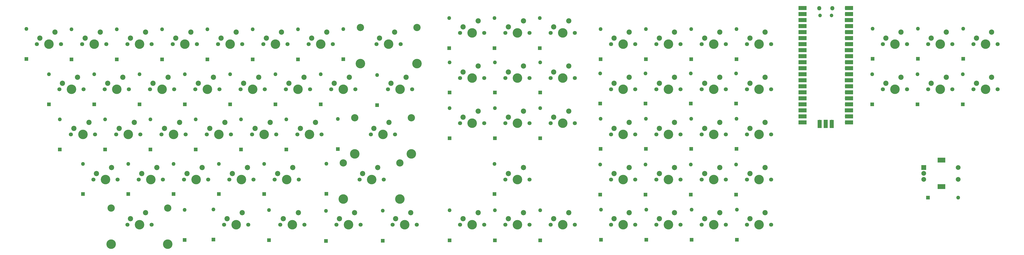
<source format=gbr>
%TF.GenerationSoftware,KiCad,Pcbnew,8.99.0-3334-g98ae574c78*%
%TF.CreationDate,2025-06-08T22:47:57-05:00*%
%TF.ProjectId,CircuitCyboard-Right,43697263-7569-4744-9379-626f6172642d,rev?*%
%TF.SameCoordinates,Original*%
%TF.FileFunction,Soldermask,Top*%
%TF.FilePolarity,Negative*%
%FSLAX46Y46*%
G04 Gerber Fmt 4.6, Leading zero omitted, Abs format (unit mm)*
G04 Created by KiCad (PCBNEW 8.99.0-3334-g98ae574c78) date 2025-06-08 22:47:57*
%MOMM*%
%LPD*%
G01*
G04 APERTURE LIST*
%ADD10C,1.700000*%
%ADD11C,4.000000*%
%ADD12C,2.200000*%
%ADD13R,2.000000X2.000000*%
%ADD14C,2.000000*%
%ADD15R,3.200000X2.000000*%
%ADD16C,3.050000*%
%ADD17O,1.800000X1.800000*%
%ADD18O,1.500000X1.500000*%
%ADD19O,1.700000X1.700000*%
%ADD20R,3.500000X1.700000*%
%ADD21R,1.700000X1.700000*%
%ADD22R,1.700000X3.500000*%
%ADD23R,1.600000X1.600000*%
%ADD24O,1.600000X1.600000*%
G04 APERTURE END LIST*
D10*
%TO.C,SW62*%
X330220100Y-115220000D03*
D11*
X335300100Y-115220000D03*
D10*
X340380100Y-115220000D03*
D12*
X337840100Y-110140000D03*
X331490100Y-112680000D03*
%TD*%
D10*
%TO.C,SW4*%
X74412500Y-96170000D03*
D11*
X79492500Y-96170000D03*
D10*
X84572500Y-96170000D03*
D12*
X82032500Y-91090000D03*
X75682500Y-93630000D03*
%TD*%
D10*
%TO.C,SW36*%
X228620100Y-53307500D03*
D11*
X233700100Y-53307500D03*
D10*
X238780100Y-53307500D03*
D12*
X236240100Y-48227500D03*
X229890100Y-50767500D03*
%TD*%
D10*
%TO.C,SW47*%
X266720100Y-115220000D03*
D11*
X271800100Y-115220000D03*
D10*
X276880100Y-115220000D03*
D12*
X274340100Y-110140000D03*
X267990100Y-112680000D03*
%TD*%
D10*
%TO.C,SW52*%
X292120100Y-115220000D03*
D11*
X297200100Y-115220000D03*
D10*
X302280100Y-115220000D03*
D12*
X299740100Y-110140000D03*
X293390100Y-112680000D03*
%TD*%
D10*
%TO.C,SW2*%
X60125000Y-58070000D03*
D11*
X65205000Y-58070000D03*
D10*
X70285000Y-58070000D03*
D12*
X67745000Y-52990000D03*
X61395000Y-55530000D03*
%TD*%
D10*
%TO.C,SW61*%
X330220100Y-96170000D03*
D11*
X335300100Y-96170000D03*
D10*
X340380100Y-96170000D03*
D12*
X337840100Y-91090000D03*
X331490100Y-93630000D03*
%TD*%
D10*
%TO.C,SW66*%
X349270100Y-96170000D03*
D11*
X354350100Y-96170000D03*
D10*
X359430100Y-96170000D03*
D12*
X356890100Y-91090000D03*
X350540100Y-93630000D03*
%TD*%
D10*
%TO.C,SW59*%
X330220100Y-58070000D03*
D11*
X335300100Y-58070000D03*
D10*
X340380100Y-58070000D03*
D12*
X337840100Y-52990000D03*
X331490100Y-55530000D03*
%TD*%
D10*
%TO.C,SW39*%
X247670100Y-34257500D03*
D11*
X252750100Y-34257500D03*
D10*
X257830100Y-34257500D03*
D12*
X255290100Y-29177500D03*
X248940100Y-31717500D03*
%TD*%
D13*
%TO.C,SW72*%
X423565100Y-91090000D03*
D14*
X423565100Y-96090000D03*
X423565100Y-93590000D03*
D15*
X431065100Y-87990000D03*
X431065100Y-99190000D03*
D14*
X438065100Y-96090000D03*
X438065100Y-91090000D03*
%TD*%
D10*
%TO.C,SW41*%
X247670100Y-72357500D03*
D11*
X252750100Y-72357500D03*
D10*
X257830100Y-72357500D03*
D12*
X255290100Y-67277500D03*
X248940100Y-69817500D03*
%TD*%
D10*
%TO.C,SW27*%
X155375000Y-58070000D03*
D11*
X160455000Y-58070000D03*
D10*
X165535000Y-58070000D03*
D12*
X162995000Y-52990000D03*
X156645000Y-55530000D03*
%TD*%
D10*
%TO.C,SW1*%
X50600000Y-39020000D03*
D11*
X55680000Y-39020000D03*
D10*
X60760000Y-39020000D03*
D12*
X58220000Y-33940000D03*
X51870000Y-36480000D03*
%TD*%
D10*
%TO.C,SW9*%
X93462500Y-96170000D03*
D11*
X98542500Y-96170000D03*
D10*
X103622500Y-96170000D03*
D12*
X101082500Y-91090000D03*
X94732500Y-93630000D03*
%TD*%
D10*
%TO.C,SW19*%
X131562500Y-96170000D03*
D11*
X136642500Y-96170000D03*
D10*
X141722500Y-96170000D03*
D12*
X139182500Y-91090000D03*
X132832500Y-93630000D03*
%TD*%
D10*
%TO.C,SW53*%
X311170100Y-39020000D03*
D11*
X316250100Y-39020000D03*
D10*
X321330100Y-39020000D03*
D12*
X318790100Y-33940000D03*
X312440100Y-36480000D03*
%TD*%
D10*
%TO.C,SW26*%
X145850000Y-39020000D03*
D11*
X150930000Y-39020000D03*
D10*
X156010000Y-39020000D03*
D12*
X153470000Y-33940000D03*
X147120000Y-36480000D03*
%TD*%
D10*
%TO.C,SW54*%
X311170100Y-58070000D03*
D11*
X316250100Y-58070000D03*
D10*
X321330100Y-58070000D03*
D12*
X318790100Y-52990000D03*
X312440100Y-55530000D03*
%TD*%
D10*
%TO.C,SW69*%
X406420100Y-58070000D03*
D11*
X411500100Y-58070000D03*
D10*
X416580100Y-58070000D03*
D12*
X414040100Y-52990000D03*
X407690100Y-55530000D03*
%TD*%
D10*
%TO.C,SW35*%
X228620100Y-34257500D03*
D11*
X233700100Y-34257500D03*
D10*
X238780100Y-34257500D03*
D12*
X236240100Y-29177500D03*
X229890100Y-31717500D03*
%TD*%
D10*
%TO.C,SW48*%
X292120100Y-39020000D03*
D11*
X297200100Y-39020000D03*
D10*
X302280100Y-39020000D03*
D12*
X299740100Y-33940000D03*
X293390100Y-36480000D03*
%TD*%
D10*
%TO.C,SW13*%
X102987500Y-77120000D03*
D11*
X108067500Y-77120000D03*
D10*
X113147500Y-77120000D03*
D12*
X110607500Y-72040000D03*
X104257500Y-74580000D03*
%TD*%
D10*
%TO.C,SW67*%
X349270100Y-115220000D03*
D11*
X354350100Y-115220000D03*
D10*
X359430100Y-115220000D03*
D12*
X356890100Y-110140000D03*
X350540100Y-112680000D03*
%TD*%
D16*
%TO.C,SW32*%
X184273500Y-70120000D03*
D11*
X184273500Y-85360000D03*
D10*
X191093500Y-77120000D03*
D11*
X196173500Y-77120000D03*
D10*
X201253500Y-77120000D03*
D16*
X208073500Y-70120000D03*
D11*
X208073500Y-85360000D03*
D12*
X198713500Y-72040000D03*
X192363500Y-74580000D03*
%TD*%
D10*
%TO.C,SW73*%
X444520100Y-39020000D03*
D11*
X449600100Y-39020000D03*
D10*
X454680100Y-39020000D03*
D12*
X452140100Y-33940000D03*
X445790100Y-36480000D03*
%TD*%
D10*
%TO.C,SW14*%
X112512500Y-96170000D03*
D11*
X117592500Y-96170000D03*
D10*
X122672500Y-96170000D03*
D12*
X120132500Y-91090000D03*
X113782500Y-93630000D03*
%TD*%
D10*
%TO.C,SW7*%
X79175000Y-58070000D03*
D11*
X84255000Y-58070000D03*
D10*
X89335000Y-58070000D03*
D12*
X86795000Y-52990000D03*
X80445000Y-55530000D03*
%TD*%
D10*
%TO.C,SW11*%
X88700000Y-39020000D03*
D11*
X93780000Y-39020000D03*
D10*
X98860000Y-39020000D03*
D12*
X96320000Y-33940000D03*
X89970000Y-36480000D03*
%TD*%
D10*
%TO.C,SW8*%
X83937500Y-77120000D03*
D11*
X89017500Y-77120000D03*
D10*
X94097500Y-77120000D03*
D12*
X91557500Y-72040000D03*
X85207500Y-74580000D03*
%TD*%
D10*
%TO.C,SW10*%
X129372300Y-115220000D03*
D11*
X134452300Y-115220000D03*
D10*
X139532300Y-115220000D03*
D12*
X136992300Y-110140000D03*
X130642300Y-112680000D03*
%TD*%
D10*
%TO.C,SW70*%
X425470100Y-39020000D03*
D11*
X430550100Y-39020000D03*
D10*
X435630100Y-39020000D03*
D12*
X433090100Y-33940000D03*
X426740100Y-36480000D03*
%TD*%
D10*
%TO.C,SW63*%
X349270100Y-39020000D03*
D11*
X354350100Y-39020000D03*
D10*
X359430100Y-39020000D03*
D12*
X356890100Y-33940000D03*
X350540100Y-36480000D03*
%TD*%
D10*
%TO.C,SW20*%
X176615200Y-115220000D03*
D11*
X181695200Y-115220000D03*
D10*
X186775200Y-115220000D03*
D12*
X184235200Y-110140000D03*
X177885200Y-112680000D03*
%TD*%
D10*
%TO.C,SW30*%
X164900000Y-39020000D03*
D11*
X169980000Y-39020000D03*
D10*
X175060000Y-39020000D03*
D12*
X172520000Y-33940000D03*
X166170000Y-36480000D03*
%TD*%
D10*
%TO.C,SW58*%
X330220100Y-39020000D03*
D11*
X335300100Y-39020000D03*
D10*
X340380100Y-39020000D03*
D12*
X337840100Y-33940000D03*
X331490100Y-36480000D03*
%TD*%
D10*
%TO.C,SW23*%
X141087500Y-77120000D03*
D11*
X146167500Y-77120000D03*
D10*
X151247500Y-77120000D03*
D12*
X148707500Y-72040000D03*
X142357500Y-74580000D03*
%TD*%
D10*
%TO.C,SW40*%
X247670100Y-53307500D03*
D11*
X252750100Y-53307500D03*
D10*
X257830100Y-53307500D03*
D12*
X255290100Y-48227500D03*
X248940100Y-50767500D03*
%TD*%
D10*
%TO.C,SW17*%
X117275000Y-58070000D03*
D11*
X122355000Y-58070000D03*
D10*
X127435000Y-58070000D03*
D12*
X124895000Y-52990000D03*
X118545000Y-55530000D03*
%TD*%
D10*
%TO.C,SW31*%
X174425000Y-58070000D03*
D11*
X179505000Y-58070000D03*
D10*
X184585000Y-58070000D03*
D12*
X182045000Y-52990000D03*
X175695000Y-55530000D03*
%TD*%
D10*
%TO.C,SW55*%
X311170100Y-77120000D03*
D11*
X316250100Y-77120000D03*
D10*
X321330100Y-77120000D03*
D12*
X318790100Y-72040000D03*
X312440100Y-74580000D03*
%TD*%
D10*
%TO.C,SW12*%
X98225000Y-58070000D03*
D11*
X103305000Y-58070000D03*
D10*
X108385000Y-58070000D03*
D12*
X105845000Y-52990000D03*
X99495000Y-55530000D03*
%TD*%
D10*
%TO.C,SW25*%
X200236600Y-115220000D03*
D11*
X205316600Y-115220000D03*
D10*
X210396600Y-115220000D03*
D12*
X207856600Y-110140000D03*
X201506600Y-112680000D03*
%TD*%
D10*
%TO.C,SW57*%
X311170100Y-115220000D03*
D11*
X316250100Y-115220000D03*
D10*
X321330100Y-115220000D03*
D12*
X318790100Y-110140000D03*
X312440100Y-112680000D03*
%TD*%
D10*
%TO.C,SW65*%
X349270100Y-77120000D03*
D11*
X354350100Y-77120000D03*
D10*
X359430100Y-77120000D03*
D12*
X356890100Y-72040000D03*
X350540100Y-74580000D03*
%TD*%
D16*
%TO.C,SW5*%
X81880000Y-108220000D03*
D11*
X81880000Y-123460000D03*
D10*
X88700000Y-115220000D03*
D11*
X93780000Y-115220000D03*
D10*
X98860000Y-115220000D03*
D16*
X105680000Y-108220000D03*
D11*
X105680000Y-123460000D03*
D12*
X96320000Y-110140000D03*
X89970000Y-112680000D03*
%TD*%
D10*
%TO.C,SW18*%
X122037500Y-77120000D03*
D11*
X127117500Y-77120000D03*
D10*
X132197500Y-77120000D03*
D12*
X129657500Y-72040000D03*
X123307500Y-74580000D03*
%TD*%
D10*
%TO.C,SW45*%
X266720100Y-53307500D03*
D11*
X271800100Y-53307500D03*
D10*
X276880100Y-53307500D03*
D12*
X274340100Y-48227500D03*
X267990100Y-50767500D03*
%TD*%
D16*
%TO.C,SW29*%
X179511500Y-89170000D03*
D11*
X179511500Y-104410000D03*
D10*
X186331500Y-96170000D03*
D11*
X191411500Y-96170000D03*
D10*
X196491500Y-96170000D03*
D16*
X203311500Y-89170000D03*
D11*
X203311500Y-104410000D03*
D12*
X193951500Y-91090000D03*
X187601500Y-93630000D03*
%TD*%
D10*
%TO.C,SW51*%
X292120100Y-96170000D03*
D11*
X297200100Y-96170000D03*
D10*
X302280100Y-96170000D03*
D12*
X299740100Y-91090000D03*
X293390100Y-93630000D03*
%TD*%
D16*
%TO.C,SW33*%
X186655000Y-32020000D03*
D11*
X186655000Y-47260000D03*
D10*
X193475000Y-39020000D03*
D11*
X198555000Y-39020000D03*
D10*
X203635000Y-39020000D03*
D16*
X210455000Y-32020000D03*
D11*
X210455000Y-47260000D03*
D12*
X201095000Y-33940000D03*
X194745000Y-36480000D03*
%TD*%
D10*
%TO.C,SW50*%
X292120100Y-77120000D03*
D11*
X297200100Y-77120000D03*
D10*
X302280100Y-77120000D03*
D12*
X299740100Y-72040000D03*
X293390100Y-74580000D03*
%TD*%
D10*
%TO.C,SW46*%
X266720100Y-72357500D03*
D11*
X271800100Y-72357500D03*
D10*
X276880100Y-72357500D03*
D12*
X274340100Y-67277500D03*
X267990100Y-69817500D03*
%TD*%
D10*
%TO.C,SW16*%
X107750000Y-39020000D03*
D11*
X112830000Y-39020000D03*
D10*
X117910000Y-39020000D03*
D12*
X115370000Y-33940000D03*
X109020000Y-36480000D03*
%TD*%
D10*
%TO.C,SW28*%
X160137500Y-77120000D03*
D11*
X165217500Y-77120000D03*
D10*
X170297500Y-77120000D03*
D12*
X167757500Y-72040000D03*
X161407500Y-74580000D03*
%TD*%
D10*
%TO.C,SW44*%
X266720100Y-34257500D03*
D11*
X271800100Y-34257500D03*
D10*
X276880100Y-34257500D03*
D12*
X274340100Y-29177500D03*
X267990100Y-31717500D03*
%TD*%
D10*
%TO.C,SW34*%
X198237500Y-58070000D03*
D11*
X203317500Y-58070000D03*
D10*
X208397500Y-58070000D03*
D12*
X205857500Y-52990000D03*
X199507500Y-55530000D03*
%TD*%
D10*
%TO.C,SW68*%
X406420100Y-39020000D03*
D11*
X411500100Y-39020000D03*
D10*
X416580100Y-39020000D03*
D12*
X414040100Y-33940000D03*
X407690100Y-36480000D03*
%TD*%
D10*
%TO.C,SW74*%
X444520100Y-58070000D03*
D11*
X449600100Y-58070000D03*
D10*
X454680100Y-58070000D03*
D12*
X452140100Y-52990000D03*
X445790100Y-55530000D03*
%TD*%
D10*
%TO.C,SW49*%
X292120100Y-58070000D03*
D11*
X297200100Y-58070000D03*
D10*
X302280100Y-58070000D03*
D12*
X299740100Y-52990000D03*
X293390100Y-55530000D03*
%TD*%
D10*
%TO.C,SW71*%
X425470100Y-58070000D03*
D11*
X430550100Y-58070000D03*
D10*
X435630100Y-58070000D03*
D12*
X433090100Y-52990000D03*
X426740100Y-55530000D03*
%TD*%
D10*
%TO.C,SW38*%
X228620100Y-115220000D03*
D11*
X233700100Y-115220000D03*
D10*
X238780100Y-115220000D03*
D12*
X236240100Y-110140000D03*
X229890100Y-112680000D03*
%TD*%
D10*
%TO.C,SW60*%
X330220100Y-77120000D03*
D11*
X335300100Y-77120000D03*
D10*
X340380100Y-77120000D03*
D12*
X337840100Y-72040000D03*
X331490100Y-74580000D03*
%TD*%
D17*
%TO.C,U1*%
X379650000Y-23900000D03*
D18*
X379950000Y-26930000D03*
X384800000Y-26930000D03*
D17*
X385100000Y-23900000D03*
D19*
X373485000Y-23770000D03*
D20*
X372585000Y-23770000D03*
D19*
X373485000Y-26310000D03*
D20*
X372585000Y-26310000D03*
D21*
X373485000Y-28850000D03*
D20*
X372585000Y-28850000D03*
D19*
X373485000Y-31390000D03*
D20*
X372585000Y-31390000D03*
D19*
X373485000Y-33930000D03*
D20*
X372585000Y-33930000D03*
D19*
X373485000Y-36470000D03*
D20*
X372585000Y-36470000D03*
D19*
X373485000Y-39010000D03*
D20*
X372585000Y-39010000D03*
D21*
X373485000Y-41550000D03*
D20*
X372585000Y-41550000D03*
D19*
X373485000Y-44090000D03*
D20*
X372585000Y-44090000D03*
D19*
X373485000Y-46630000D03*
D20*
X372585000Y-46630000D03*
D19*
X373485000Y-49170000D03*
D20*
X372585000Y-49170000D03*
D19*
X373485000Y-51710000D03*
D20*
X372585000Y-51710000D03*
D21*
X373485000Y-54250000D03*
D20*
X372585000Y-54250000D03*
D19*
X373485000Y-56790000D03*
D20*
X372585000Y-56790000D03*
D19*
X373485000Y-59330000D03*
D20*
X372585000Y-59330000D03*
D19*
X373485000Y-61870000D03*
D20*
X372585000Y-61870000D03*
D19*
X373485000Y-64410000D03*
D20*
X372585000Y-64410000D03*
D21*
X373485000Y-66950000D03*
D20*
X372585000Y-66950000D03*
D19*
X373485000Y-69490000D03*
D20*
X372585000Y-69490000D03*
D19*
X373485000Y-72030000D03*
D20*
X372585000Y-72030000D03*
D19*
X391265000Y-72030000D03*
D20*
X392165000Y-72030000D03*
D19*
X391265000Y-69490000D03*
D20*
X392165000Y-69490000D03*
D21*
X391265000Y-66950000D03*
D20*
X392165000Y-66950000D03*
D19*
X391265000Y-64410000D03*
D20*
X392165000Y-64410000D03*
D19*
X391265000Y-61870000D03*
D20*
X392165000Y-61870000D03*
D19*
X391265000Y-59330000D03*
D20*
X392165000Y-59330000D03*
D19*
X391265000Y-56790000D03*
D20*
X392165000Y-56790000D03*
D21*
X391265000Y-54250000D03*
D20*
X392165000Y-54250000D03*
D19*
X391265000Y-51710000D03*
D20*
X392165000Y-51710000D03*
D19*
X391265000Y-49170000D03*
D20*
X392165000Y-49170000D03*
D19*
X391265000Y-46630000D03*
D20*
X392165000Y-46630000D03*
D19*
X391265000Y-44090000D03*
D20*
X392165000Y-44090000D03*
D21*
X391265000Y-41550000D03*
D20*
X392165000Y-41550000D03*
D19*
X391265000Y-39010000D03*
D20*
X392165000Y-39010000D03*
D19*
X391265000Y-36470000D03*
D20*
X392165000Y-36470000D03*
D19*
X391265000Y-33930000D03*
D20*
X392165000Y-33930000D03*
D19*
X391265000Y-31390000D03*
D20*
X392165000Y-31390000D03*
D21*
X391265000Y-28850000D03*
D20*
X392165000Y-28850000D03*
D19*
X391265000Y-26310000D03*
D20*
X392165000Y-26310000D03*
D19*
X391265000Y-23770000D03*
D20*
X392165000Y-23770000D03*
D19*
X379835000Y-71800000D03*
D22*
X379835000Y-72700000D03*
D21*
X382375000Y-71800000D03*
D22*
X382375000Y-72700000D03*
D19*
X384915000Y-71800000D03*
D22*
X384915000Y-72700000D03*
%TD*%
D10*
%TO.C,SW43*%
X247670100Y-115220000D03*
D11*
X252750100Y-115220000D03*
D10*
X257830100Y-115220000D03*
D12*
X255290100Y-110140000D03*
X248940100Y-112680000D03*
%TD*%
D10*
%TO.C,SW22*%
X136325000Y-58070000D03*
D11*
X141405000Y-58070000D03*
D10*
X146485000Y-58070000D03*
D12*
X143945000Y-52990000D03*
X137595000Y-55530000D03*
%TD*%
D10*
%TO.C,SW21*%
X126800000Y-39020000D03*
D11*
X131880000Y-39020000D03*
D10*
X136960000Y-39020000D03*
D12*
X134420000Y-33940000D03*
X128070000Y-36480000D03*
%TD*%
D10*
%TO.C,SW6*%
X69650000Y-39020000D03*
D11*
X74730000Y-39020000D03*
D10*
X79810000Y-39020000D03*
D12*
X77270000Y-33940000D03*
X70920000Y-36480000D03*
%TD*%
D10*
%TO.C,SW15*%
X152993800Y-115220000D03*
D11*
X158073800Y-115220000D03*
D10*
X163153800Y-115220000D03*
D12*
X160613800Y-110140000D03*
X154263800Y-112680000D03*
%TD*%
D10*
%TO.C,SW24*%
X150612500Y-96170000D03*
D11*
X155692500Y-96170000D03*
D10*
X160772500Y-96170000D03*
D12*
X158232500Y-91090000D03*
X151882500Y-93630000D03*
%TD*%
D10*
%TO.C,SW3*%
X64887500Y-77120000D03*
D11*
X69967500Y-77120000D03*
D10*
X75047500Y-77120000D03*
D12*
X72507500Y-72040000D03*
X66157500Y-74580000D03*
%TD*%
D10*
%TO.C,SW64*%
X349270100Y-58070000D03*
D11*
X354350100Y-58070000D03*
D10*
X359430100Y-58070000D03*
D12*
X356890100Y-52990000D03*
X350540100Y-55530000D03*
%TD*%
D10*
%TO.C,SW42*%
X247670100Y-96170000D03*
D11*
X252750100Y-96170000D03*
D10*
X257830100Y-96170000D03*
D12*
X255290100Y-91090000D03*
X248940100Y-93630000D03*
%TD*%
D10*
%TO.C,SW56*%
X311170100Y-96170000D03*
D11*
X316250100Y-96170000D03*
D10*
X321330100Y-96170000D03*
D12*
X318790100Y-91090000D03*
X312440100Y-93630000D03*
%TD*%
D10*
%TO.C,SW37*%
X228620100Y-72357500D03*
D11*
X233700100Y-72357500D03*
D10*
X238780100Y-72357500D03*
D12*
X236240100Y-67277500D03*
X229890100Y-69817500D03*
%TD*%
D23*
%TO.C,D58*%
X325780000Y-45420000D03*
D24*
X325780000Y-32720000D03*
%TD*%
D23*
%TO.C,D11*%
X84230000Y-45470000D03*
D24*
X84230000Y-32770000D03*
%TD*%
D23*
%TO.C,D6*%
X65180000Y-45470000D03*
D24*
X65180000Y-32770000D03*
%TD*%
D23*
%TO.C,D16*%
X103280000Y-45470000D03*
D24*
X103280000Y-32770000D03*
%TD*%
D23*
%TO.C,D72*%
X420930000Y-64420000D03*
D24*
X420930000Y-51720000D03*
%TD*%
D23*
%TO.C,D39*%
X243030000Y-40720000D03*
D24*
X243030000Y-28020000D03*
%TD*%
D23*
%TO.C,D68*%
X402080000Y-45220000D03*
D24*
X402080000Y-32520000D03*
%TD*%
D23*
%TO.C,D69*%
X401880000Y-64420000D03*
D24*
X401880000Y-51720000D03*
%TD*%
D23*
%TO.C,D22*%
X131880000Y-64420000D03*
D24*
X131880000Y-51720000D03*
%TD*%
D23*
%TO.C,D43*%
X243230000Y-121820000D03*
D24*
X243230000Y-109120000D03*
%TD*%
D23*
%TO.C,D57*%
X306930000Y-121620000D03*
D24*
X306930000Y-108920000D03*
%TD*%
D23*
%TO.C,D14*%
X108080000Y-102270000D03*
D24*
X108080000Y-89570000D03*
%TD*%
D23*
%TO.C,D50*%
X287680000Y-83220000D03*
D24*
X287680000Y-70520000D03*
%TD*%
D23*
%TO.C,D7*%
X74730000Y-64420000D03*
D24*
X74730000Y-51720000D03*
%TD*%
D23*
%TO.C,D27*%
X150930000Y-64420000D03*
D24*
X150930000Y-51720000D03*
%TD*%
D23*
%TO.C,D31*%
X169980000Y-64420000D03*
D24*
X169980000Y-51720000D03*
%TD*%
D23*
%TO.C,D3*%
X60280000Y-83520000D03*
D24*
X60280000Y-70820000D03*
%TD*%
D23*
%TO.C,D8*%
X79330000Y-83520000D03*
D24*
X79330000Y-70820000D03*
%TD*%
D23*
%TO.C,D67*%
X345030000Y-121620000D03*
D24*
X345030000Y-108920000D03*
%TD*%
D23*
%TO.C,D47*%
X262280000Y-121820000D03*
D24*
X262280000Y-109120000D03*
%TD*%
D23*
%TO.C,D36*%
X224180000Y-59420000D03*
D24*
X224180000Y-46720000D03*
%TD*%
D23*
%TO.C,D65*%
X344830000Y-83220000D03*
D24*
X344830000Y-70520000D03*
%TD*%
D23*
%TO.C,D48*%
X287680000Y-45420000D03*
D24*
X287680000Y-32720000D03*
%TD*%
D23*
%TO.C,D19*%
X127130000Y-102270000D03*
D24*
X127130000Y-89570000D03*
%TD*%
D23*
%TO.C,D38*%
X224180000Y-121820000D03*
D24*
X224180000Y-109120000D03*
%TD*%
D23*
%TO.C,D20*%
X172180000Y-122120000D03*
D24*
X172180000Y-109420000D03*
%TD*%
D23*
%TO.C,D34*%
X193680000Y-64820000D03*
D24*
X193680000Y-52120000D03*
%TD*%
D23*
%TO.C,D63*%
X344830000Y-45420000D03*
D24*
X344830000Y-32720000D03*
%TD*%
D23*
%TO.C,D73*%
X440180000Y-45220000D03*
D24*
X440180000Y-32520000D03*
%TD*%
D23*
%TO.C,D54*%
X306530000Y-64120000D03*
D24*
X306530000Y-51420000D03*
%TD*%
D23*
%TO.C,D37*%
X224180000Y-78720000D03*
D24*
X224180000Y-66020000D03*
%TD*%
D23*
%TO.C,D55*%
X306730000Y-83220000D03*
D24*
X306730000Y-70520000D03*
%TD*%
D23*
%TO.C,D70*%
X425330000Y-103820000D03*
D24*
X438030000Y-103820000D03*
%TD*%
D23*
%TO.C,D56*%
X306530000Y-102520000D03*
D24*
X306530000Y-89820000D03*
%TD*%
D23*
%TO.C,D26*%
X141380000Y-45470000D03*
D24*
X141380000Y-32770000D03*
%TD*%
D23*
%TO.C,D25*%
X196080000Y-122020000D03*
D24*
X196080000Y-109320000D03*
%TD*%
D23*
%TO.C,D32*%
X177200000Y-83300000D03*
D24*
X177200000Y-70600000D03*
%TD*%
D23*
%TO.C,D42*%
X243080000Y-102320000D03*
D24*
X243080000Y-89620000D03*
%TD*%
D23*
%TO.C,D45*%
X262280000Y-59420000D03*
D24*
X262280000Y-46720000D03*
%TD*%
D23*
%TO.C,D23*%
X136480000Y-83520000D03*
D24*
X136480000Y-70820000D03*
%TD*%
D23*
%TO.C,D21*%
X122330000Y-45470000D03*
D24*
X122330000Y-32770000D03*
%TD*%
D23*
%TO.C,D64*%
X344630000Y-64120000D03*
D24*
X344630000Y-51420000D03*
%TD*%
D23*
%TO.C,D4*%
X69980000Y-102270000D03*
D24*
X69980000Y-89570000D03*
%TD*%
D23*
%TO.C,D35*%
X223980000Y-40720000D03*
D24*
X223980000Y-28020000D03*
%TD*%
D23*
%TO.C,D74*%
X439980000Y-64420000D03*
D24*
X439980000Y-51720000D03*
%TD*%
D23*
%TO.C,D40*%
X243230000Y-59420000D03*
D24*
X243230000Y-46720000D03*
%TD*%
D23*
%TO.C,D30*%
X160430000Y-45470000D03*
D24*
X160430000Y-32770000D03*
%TD*%
D23*
%TO.C,D44*%
X262080000Y-40720000D03*
D24*
X262080000Y-28020000D03*
%TD*%
D23*
%TO.C,D51*%
X287480000Y-102520000D03*
D24*
X287480000Y-89820000D03*
%TD*%
D23*
%TO.C,D29*%
X172400000Y-102200000D03*
D24*
X172400000Y-89500000D03*
%TD*%
D23*
%TO.C,D12*%
X93780000Y-64420000D03*
D24*
X93780000Y-51720000D03*
%TD*%
D23*
%TO.C,D41*%
X243230000Y-78720000D03*
D24*
X243230000Y-66020000D03*
%TD*%
D23*
%TO.C,D15*%
X148280000Y-121720000D03*
D24*
X148280000Y-109020000D03*
%TD*%
D23*
%TO.C,D62*%
X325980000Y-121620000D03*
D24*
X325980000Y-108920000D03*
%TD*%
D23*
%TO.C,D1*%
X46180000Y-45320000D03*
D24*
X46180000Y-32620000D03*
%TD*%
D23*
%TO.C,D52*%
X287880000Y-121620000D03*
D24*
X287880000Y-108920000D03*
%TD*%
D23*
%TO.C,D61*%
X325580000Y-102520000D03*
D24*
X325580000Y-89820000D03*
%TD*%
D23*
%TO.C,D66*%
X344630000Y-102520000D03*
D24*
X344630000Y-89820000D03*
%TD*%
D23*
%TO.C,D13*%
X98380000Y-83520000D03*
D24*
X98380000Y-70820000D03*
%TD*%
D23*
%TO.C,D46*%
X262280000Y-78720000D03*
D24*
X262280000Y-66020000D03*
%TD*%
D23*
%TO.C,D18*%
X117430000Y-83520000D03*
D24*
X117430000Y-70820000D03*
%TD*%
D23*
%TO.C,D28*%
X155530000Y-83520000D03*
D24*
X155530000Y-70820000D03*
%TD*%
D23*
%TO.C,D10*%
X124880000Y-121520000D03*
D24*
X124880000Y-108820000D03*
%TD*%
D23*
%TO.C,D9*%
X89030000Y-102270000D03*
D24*
X89030000Y-89570000D03*
%TD*%
D23*
%TO.C,D71*%
X421130000Y-45220000D03*
D24*
X421130000Y-32520000D03*
%TD*%
D23*
%TO.C,D5*%
X112800000Y-121700000D03*
D24*
X112800000Y-109000000D03*
%TD*%
D23*
%TO.C,D49*%
X287480000Y-64120000D03*
D24*
X287480000Y-51420000D03*
%TD*%
D23*
%TO.C,D17*%
X112830000Y-64420000D03*
D24*
X112830000Y-51720000D03*
%TD*%
D23*
%TO.C,D53*%
X306730000Y-45420000D03*
D24*
X306730000Y-32720000D03*
%TD*%
D23*
%TO.C,D24*%
X146180000Y-102270000D03*
D24*
X146180000Y-89570000D03*
%TD*%
D23*
%TO.C,D60*%
X325780000Y-83220000D03*
D24*
X325780000Y-70520000D03*
%TD*%
D23*
%TO.C,D59*%
X325580000Y-64120000D03*
D24*
X325580000Y-51420000D03*
%TD*%
D23*
%TO.C,D33*%
X179500000Y-45420000D03*
D24*
X179500000Y-32720000D03*
%TD*%
D23*
%TO.C,D2*%
X55680000Y-64420000D03*
D24*
X55680000Y-51720000D03*
%TD*%
M02*

</source>
